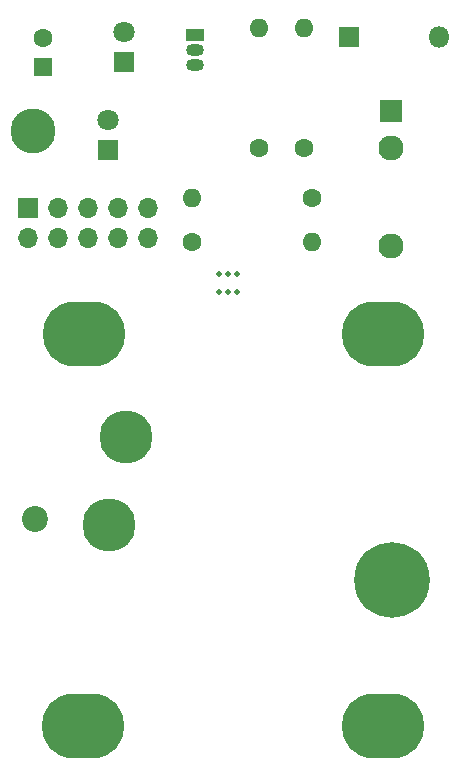
<source format=gbr>
%TF.GenerationSoftware,KiCad,Pcbnew,(6.0.0)*%
%TF.CreationDate,2022-12-16T14:26:45-08:00*%
%TF.ProjectId,LEDShieldPractice,4c454453-6869-4656-9c64-507261637469,rev?*%
%TF.SameCoordinates,Original*%
%TF.FileFunction,Soldermask,Top*%
%TF.FilePolarity,Negative*%
%FSLAX46Y46*%
G04 Gerber Fmt 4.6, Leading zero omitted, Abs format (unit mm)*
G04 Created by KiCad (PCBNEW (6.0.0)) date 2022-12-16 14:26:45*
%MOMM*%
%LPD*%
G01*
G04 APERTURE LIST*
%ADD10C,0.500000*%
%ADD11C,2.200000*%
%ADD12C,4.500000*%
%ADD13C,6.400000*%
%ADD14O,7.000000X5.500000*%
%ADD15C,1.600000*%
%ADD16O,1.600000X1.600000*%
%ADD17C,2.600000*%
%ADD18C,3.800000*%
%ADD19R,1.800000X1.800000*%
%ADD20O,1.800000X1.800000*%
%ADD21C,2.130000*%
%ADD22R,1.930000X1.830000*%
%ADD23C,1.800000*%
%ADD24R,1.500000X1.050000*%
%ADD25O,1.500000X1.050000*%
%ADD26R,1.700000X1.700000*%
%ADD27O,1.700000X1.700000*%
%ADD28R,1.600000X1.600000*%
G04 APERTURE END LIST*
D10*
%TO.C,mouse-bite-2mm-slot*%
X44950000Y-53710000D03*
X43450000Y-53710000D03*
X43450000Y-52210000D03*
X44950000Y-52210000D03*
X44200000Y-53710000D03*
X44200000Y-52210000D03*
%TD*%
D11*
%TO.C,REF\u002A\u002A*%
X27800000Y-72960000D03*
%TD*%
D12*
%TO.C,REF\u002A\u002A*%
X35500000Y-65960000D03*
%TD*%
%TO.C,REF\u002A\u002A*%
X34100000Y-73460000D03*
%TD*%
D13*
%TO.C,REF\u002A\u002A*%
X58100000Y-78060000D03*
%TD*%
D14*
%TO.C,H1*%
X57300000Y-90460000D03*
%TD*%
%TO.C,H4*%
X31900000Y-90460000D03*
%TD*%
%TO.C,H3*%
X31950000Y-57260000D03*
%TD*%
%TO.C,H2*%
X57300000Y-57260000D03*
%TD*%
D15*
%TO.C,R4*%
X46800000Y-41540000D03*
D16*
X46800000Y-31380000D03*
%TD*%
D15*
%TO.C,R2*%
X51260000Y-45740000D03*
D16*
X41100000Y-45740000D03*
%TD*%
D17*
%TO.C,REF\u002A\u002A*%
X27700000Y-40060000D03*
D18*
X27700000Y-40060000D03*
%TD*%
D15*
%TO.C,R1*%
X41120000Y-49460000D03*
D16*
X51280000Y-49460000D03*
%TD*%
D15*
%TO.C,R3*%
X50600000Y-41560000D03*
D16*
X50600000Y-31400000D03*
%TD*%
D19*
%TO.C,D1*%
X54390000Y-32100000D03*
D20*
X62010000Y-32100000D03*
%TD*%
D21*
%TO.C,J2*%
X58000000Y-41480000D03*
X58000000Y-49780000D03*
D22*
X58000000Y-38380000D03*
%TD*%
D19*
%TO.C,DPWR1*%
X34000000Y-41660000D03*
D23*
X34000000Y-39120000D03*
%TD*%
D24*
%TO.C,Q1*%
X41400000Y-31960000D03*
D25*
X41400000Y-33230000D03*
X41400000Y-34500000D03*
%TD*%
D19*
%TO.C,D2*%
X35410000Y-34200000D03*
D23*
X35410000Y-31660000D03*
%TD*%
D26*
%TO.C,J1*%
X27200000Y-46560000D03*
D27*
X27200000Y-49100000D03*
X29740000Y-46560000D03*
X29740000Y-49100000D03*
X32280000Y-46560000D03*
X32280000Y-49100000D03*
X34820000Y-46560000D03*
X34820000Y-49100000D03*
X37360000Y-46560000D03*
X37360000Y-49100000D03*
%TD*%
D28*
%TO.C,C1*%
X28500000Y-34682379D03*
D15*
X28500000Y-32182379D03*
%TD*%
M02*

</source>
